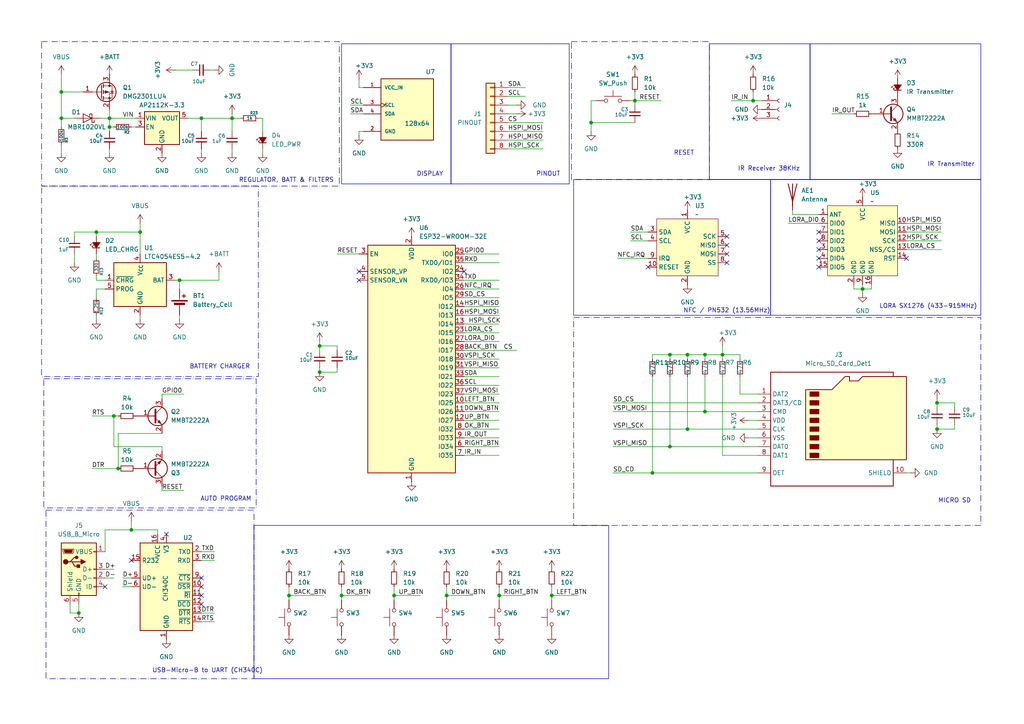
<source format=kicad_sch>
(kicad_sch (version 20231120) (generator "eeschema") (generator_version "8.0")
  (paper "A4")
  (junction (at 58.42 34.29))
  (junction (at 31.75 34.29))
  (junction (at 34.29 135.89))
  (junction (at 144.78 172.72))
  (junction (at 67.31 34.29))
  (junction (at 17.78 26.67))
  (junction (at 22.86 177.8))
  (junction (at 129.54 172.72))
  (junction (at 199.39 124.46))
  (junction (at 171.45 35.56))
  (junction (at 204.47 102.87))
  (junction (at 92.71 107.95))
  (junction (at 199.39 102.87))
  (junction (at 33.02 120.65))
  (junction (at 209.55 102.87))
  (junction (at 38.1 153.67))
  (junction (at 114.3 172.72))
  (junction (at 27.94 67.31))
  (junction (at 204.47 119.38))
  (junction (at 160.02 172.72))
  (junction (at 271.78 116.84))
  (junction (at 52.07 81.28))
  (junction (at 189.23 137.16))
  (junction (at 17.78 34.29))
  (junction (at 194.31 129.54))
  (junction (at 194.31 102.87))
  (junction (at 218.44 29.21))
  (junction (at 92.71 100.33))
  (junction (at 271.78 124.46))
  (junction (at 99.06 172.72))
  (junction (at 40.64 67.31))
  (junction (at 250.19 83.82))
  (junction (at 184.15 29.21))
  (junction (at 31.75 36.83))
  (junction (at 83.82 172.72))
  (no_connect (at 104.14 81.28))
  (no_connect (at 58.42 172.72))
  (no_connect (at 134.62 78.74))
  (no_connect (at 210.82 68.58))
  (no_connect (at 237.49 72.39))
  (no_connect (at 187.96 77.47))
  (no_connect (at 210.82 73.66))
  (no_connect (at 210.82 71.12))
  (no_connect (at 30.48 170.18))
  (no_connect (at 58.42 167.64))
  (no_connect (at 104.14 78.74))
  (no_connect (at 58.42 170.18))
  (no_connect (at 237.49 67.31))
  (no_connect (at 38.1 162.56))
  (no_connect (at 237.49 74.93))
  (no_connect (at 210.82 76.2))
  (no_connect (at 262.89 74.93))
  (no_connect (at 237.49 69.85))
  (no_connect (at 237.49 77.47))
  (no_connect (at 48.26 154.94))
  (no_connect (at 58.42 175.26))
  (wire (pts (xy 271.78 118.11) (xy 271.78 116.84)))
  (wire (pts (xy 134.62 114.3) (xy 144.78 114.3)))
  (wire (pts (xy 92.71 99.06) (xy 92.71 100.33)))
  (wire (pts (xy 262.89 137.16) (xy 264.16 137.16)))
  (wire (pts (xy 134.62 101.6) (xy 149.86 101.6)))
  (wire (pts (xy 262.89 64.77) (xy 273.05 64.77)))
  (wire (pts (xy 177.8 116.84) (xy 219.71 116.84)))
  (wire (pts (xy 30.48 165.1) (xy 33.02 165.1)))
  (wire (pts (xy 252.73 82.55) (xy 252.73 83.82)))
  (wire (pts (xy 27.94 80.01) (xy 27.94 81.28)))
  (wire (pts (xy 134.62 83.82) (xy 144.78 83.82)))
  (wire (pts (xy 83.82 172.72) (xy 83.82 170.18)))
  (wire (pts (xy 184.15 26.67) (xy 184.15 29.21)))
  (wire (pts (xy 67.31 34.29) (xy 69.85 34.29)))
  (wire (pts (xy 134.62 93.98) (xy 144.78 93.98)))
  (wire (pts (xy 52.07 81.28) (xy 52.07 83.82)))
  (wire (pts (xy 83.82 172.72) (xy 93.98 172.72)))
  (wire (pts (xy 177.8 129.54) (xy 194.31 129.54)))
  (wire (pts (xy 262.89 67.31) (xy 273.05 67.31)))
  (wire (pts (xy 209.55 109.22) (xy 209.55 132.08)))
  (wire (pts (xy 58.42 34.29) (xy 67.31 34.29)))
  (wire (pts (xy 17.78 21.59) (xy 17.78 26.67)))
  (wire (pts (xy 134.62 129.54) (xy 144.78 129.54)))
  (wire (pts (xy 30.48 167.64) (xy 33.02 167.64)))
  (wire (pts (xy 40.64 67.31) (xy 40.64 73.66)))
  (wire (pts (xy 104.14 39.37) (xy 104.14 38.1)))
  (wire (pts (xy 182.88 29.21) (xy 184.15 29.21)))
  (wire (pts (xy 35.56 170.18) (xy 38.1 170.18)))
  (wire (pts (xy 46.99 140.97) (xy 46.99 142.24)))
  (wire (pts (xy 182.88 67.31) (xy 187.96 67.31)))
  (wire (pts (xy 147.32 38.1) (xy 157.48 38.1)))
  (wire (pts (xy 271.78 123.19) (xy 271.78 124.46)))
  (wire (pts (xy 67.31 43.18) (xy 67.31 44.45)))
  (wire (pts (xy 199.39 109.22) (xy 199.39 124.46)))
  (wire (pts (xy 40.64 92.71) (xy 40.64 91.44)))
  (wire (pts (xy 189.23 102.87) (xy 194.31 102.87)))
  (wire (pts (xy 27.94 81.28) (xy 30.48 81.28)))
  (wire (pts (xy 62.23 160.02) (xy 58.42 160.02)))
  (wire (pts (xy 209.55 132.08) (xy 219.71 132.08)))
  (wire (pts (xy 177.8 119.38) (xy 204.47 119.38)))
  (wire (pts (xy 30.48 153.67) (xy 38.1 153.67)))
  (wire (pts (xy 104.14 25.4) (xy 105.41 25.4)))
  (wire (pts (xy 199.39 102.87) (xy 199.39 104.14)))
  (wire (pts (xy 46.99 129.54) (xy 46.99 130.81)))
  (wire (pts (xy 99.06 173.99) (xy 99.06 172.72)))
  (wire (pts (xy 177.8 137.16) (xy 189.23 137.16)))
  (wire (pts (xy 114.3 172.72) (xy 114.3 170.18)))
  (wire (pts (xy 134.62 104.14) (xy 144.78 104.14)))
  (wire (pts (xy 33.02 129.54) (xy 46.99 129.54)))
  (wire (pts (xy 29.21 34.29) (xy 31.75 34.29)))
  (wire (pts (xy 46.99 142.24) (xy 53.34 142.24)))
  (wire (pts (xy 92.71 106.68) (xy 92.71 107.95)))
  (wire (pts (xy 147.32 40.64) (xy 157.48 40.64)))
  (wire (pts (xy 134.62 124.46) (xy 144.78 124.46)))
  (wire (pts (xy 27.94 83.82) (xy 30.48 83.82)))
  (wire (pts (xy 26.67 135.89) (xy 34.29 135.89)))
  (wire (pts (xy 54.61 34.29) (xy 58.42 34.29)))
  (wire (pts (xy 247.65 83.82) (xy 250.19 83.82)))
  (wire (pts (xy 189.23 104.14) (xy 189.23 102.87)))
  (wire (pts (xy 35.56 167.64) (xy 38.1 167.64)))
  (wire (pts (xy 101.6 33.02) (xy 105.41 33.02)))
  (wire (pts (xy 250.19 83.82) (xy 250.19 82.55)))
  (wire (pts (xy 62.23 162.56) (xy 58.42 162.56)))
  (wire (pts (xy 129.54 173.99) (xy 129.54 172.72)))
  (wire (pts (xy 147.32 30.48) (xy 149.86 30.48)))
  (wire (pts (xy 189.23 137.16) (xy 219.71 137.16)))
  (wire (pts (xy 171.45 35.56) (xy 171.45 38.1)))
  (wire (pts (xy 214.63 109.22) (xy 214.63 114.3)))
  (wire (pts (xy 21.59 68.58) (xy 21.59 67.31)))
  (wire (pts (xy 171.45 35.56) (xy 184.15 35.56)))
  (wire (pts (xy 134.62 99.06) (xy 144.78 99.06)))
  (wire (pts (xy 134.62 121.92) (xy 144.78 121.92)))
  (wire (pts (xy 45.72 153.67) (xy 45.72 154.94)))
  (wire (pts (xy 204.47 119.38) (xy 219.71 119.38)))
  (wire (pts (xy 38.1 36.83) (xy 39.37 36.83)))
  (wire (pts (xy 134.62 88.9) (xy 144.78 88.9)))
  (wire (pts (xy 114.3 173.99) (xy 114.3 172.72)))
  (wire (pts (xy 52.07 91.44) (xy 52.07 92.71)))
  (wire (pts (xy 134.62 96.52) (xy 144.78 96.52)))
  (wire (pts (xy 92.71 100.33) (xy 97.79 100.33)))
  (wire (pts (xy 134.62 91.44) (xy 144.78 91.44)))
  (wire (pts (xy 67.31 34.29) (xy 67.31 38.1)))
  (wire (pts (xy 134.62 127) (xy 144.78 127)))
  (wire (pts (xy 189.23 109.22) (xy 189.23 137.16)))
  (wire (pts (xy 20.32 175.26) (xy 20.32 177.8)))
  (wire (pts (xy 31.75 36.83) (xy 31.75 34.29)))
  (wire (pts (xy 199.39 102.87) (xy 204.47 102.87)))
  (wire (pts (xy 114.3 172.72) (xy 121.92 172.72)))
  (wire (pts (xy 34.29 125.73) (xy 34.29 135.89)))
  (wire (pts (xy 101.6 30.48) (xy 105.41 30.48)))
  (wire (pts (xy 271.78 115.57) (xy 271.78 116.84)))
  (wire (pts (xy 144.78 76.2) (xy 134.62 76.2)))
  (wire (pts (xy 99.06 172.72) (xy 106.68 172.72)))
  (wire (pts (xy 134.62 119.38) (xy 144.78 119.38)))
  (wire (pts (xy 50.8 81.28) (xy 52.07 81.28)))
  (wire (pts (xy 31.75 36.83) (xy 31.75 38.1)))
  (wire (pts (xy 67.31 33.02) (xy 67.31 34.29)))
  (wire (pts (xy 97.79 100.33) (xy 97.79 101.6)))
  (wire (pts (xy 97.79 73.66) (xy 104.14 73.66)))
  (wire (pts (xy 27.94 67.31) (xy 40.64 67.31)))
  (wire (pts (xy 182.88 69.85) (xy 187.96 69.85)))
  (wire (pts (xy 262.89 69.85) (xy 273.05 69.85)))
  (wire (pts (xy 104.14 22.86) (xy 104.14 25.4)))
  (wire (pts (xy 160.02 172.72) (xy 167.64 172.72)))
  (wire (pts (xy 214.63 114.3) (xy 219.71 114.3)))
  (wire (pts (xy 60.96 20.32) (xy 62.23 20.32)))
  (wire (pts (xy 26.67 120.65) (xy 33.02 120.65)))
  (wire (pts (xy 134.62 106.68) (xy 144.78 106.68)))
  (wire (pts (xy 194.31 129.54) (xy 219.71 129.54)))
  (wire (pts (xy 147.32 25.4) (xy 152.4 25.4)))
  (wire (pts (xy 17.78 34.29) (xy 17.78 36.83)))
  (wire (pts (xy 46.99 114.3) (xy 53.34 114.3)))
  (wire (pts (xy 129.54 172.72) (xy 137.16 172.72)))
  (wire (pts (xy 144.78 173.99) (xy 144.78 172.72)))
  (wire (pts (xy 229.87 62.23) (xy 237.49 62.23)))
  (wire (pts (xy 204.47 102.87) (xy 204.47 104.14)))
  (wire (pts (xy 160.02 173.99) (xy 160.02 172.72)))
  (wire (pts (xy 209.55 100.33) (xy 209.55 102.87)))
  (wire (pts (xy 209.55 104.14) (xy 209.55 102.87)))
  (wire (pts (xy 147.32 33.02) (xy 149.86 33.02)))
  (wire (pts (xy 147.32 35.56) (xy 157.48 35.56)))
  (wire (pts (xy 214.63 102.87) (xy 214.63 104.14)))
  (wire (pts (xy 76.2 43.18) (xy 76.2 44.45)))
  (wire (pts (xy 177.8 124.46) (xy 199.39 124.46)))
  (wire (pts (xy 62.23 180.34) (xy 58.42 180.34)))
  (wire (pts (xy 171.45 29.21) (xy 171.45 35.56)))
  (wire (pts (xy 199.39 124.46) (xy 219.71 124.46)))
  (wire (pts (xy 104.14 38.1) (xy 105.41 38.1)))
  (wire (pts (xy 33.02 120.65) (xy 34.29 120.65)))
  (wire (pts (xy 31.75 43.18) (xy 31.75 44.45)))
  (wire (pts (xy 209.55 102.87) (xy 214.63 102.87)))
  (wire (pts (xy 144.78 172.72) (xy 152.4 172.72)))
  (wire (pts (xy 144.78 132.08) (xy 134.62 132.08)))
  (wire (pts (xy 21.59 73.66) (xy 21.59 76.2)))
  (wire (pts (xy 184.15 29.21) (xy 184.15 30.48)))
  (wire (pts (xy 50.8 20.32) (xy 55.88 20.32)))
  (wire (pts (xy 276.86 124.46) (xy 276.86 123.19)))
  (wire (pts (xy 74.93 34.29) (xy 76.2 34.29)))
  (wire (pts (xy 40.64 64.77) (xy 40.64 67.31)))
  (wire (pts (xy 17.78 41.91) (xy 17.78 44.45)))
  (wire (pts (xy 147.32 43.18) (xy 157.48 43.18)))
  (wire (pts (xy 21.59 67.31) (xy 27.94 67.31)))
  (wire (pts (xy 27.94 86.36) (xy 27.94 83.82)))
  (wire (pts (xy 46.99 125.73) (xy 34.29 125.73)))
  (wire (pts (xy 33.02 36.83) (xy 31.75 36.83)))
  (wire (pts (xy 38.1 151.13) (xy 38.1 153.67)))
  (wire (pts (xy 129.54 172.72) (xy 129.54 170.18)))
  (wire (pts (xy 194.31 104.14) (xy 194.31 102.87)))
  (wire (pts (xy 30.48 153.67) (xy 30.48 160.02)))
  (wire (pts (xy 204.47 109.22) (xy 204.47 119.38)))
  (wire (pts (xy 212.09 29.21) (xy 218.44 29.21)))
  (wire (pts (xy 83.82 173.99) (xy 83.82 172.72)))
  (wire (pts (xy 38.1 153.67) (xy 45.72 153.67)))
  (wire (pts (xy 52.07 81.28) (xy 63.5 81.28)))
  (wire (pts (xy 58.42 43.18) (xy 58.42 44.45)))
  (wire (pts (xy 62.23 177.8) (xy 58.42 177.8)))
  (wire (pts (xy 31.75 34.29) (xy 39.37 34.29)))
  (wire (pts (xy 33.02 120.65) (xy 33.02 129.54)))
  (wire (pts (xy 217.17 121.92) (xy 219.71 121.92)))
  (wire (pts (xy 27.94 68.58) (xy 27.94 67.31)))
  (wire (pts (xy 229.87 60.96) (xy 229.87 62.23)))
  (wire (pts (xy 247.65 82.55) (xy 247.65 83.82)))
  (wire (pts (xy 144.78 81.28) (xy 134.62 81.28)))
  (wire (pts (xy 58.42 34.29) (xy 58.42 38.1)))
  (wire (pts (xy 134.62 116.84) (xy 144.78 116.84)))
  (wire (pts (xy 31.75 31.75) (xy 31.75 34.29)))
  (wire (pts (xy 97.79 107.95) (xy 97.79 106.68)))
  (wire (pts (xy 134.62 73.66) (xy 144.78 73.66)))
  (wire (pts (xy 134.62 109.22) (xy 144.78 109.22)))
  (wire (pts (xy 271.78 124.46) (xy 276.86 124.46)))
  (wire (pts (xy 27.94 73.66) (xy 27.94 74.93)))
  (wire (pts (xy 228.6 64.77) (xy 237.49 64.77)))
  (wire (pts (xy 218.44 26.67) (xy 218.44 29.21)))
  (wire (pts (xy 241.3 33.02) (xy 247.65 33.02)))
  (wire (pts (xy 92.71 101.6) (xy 92.71 100.33)))
  (wire (pts (xy 160.02 172.72) (xy 160.02 170.18)))
  (wire (pts (xy 17.78 34.29) (xy 17.78 26.67)))
  (wire (pts (xy 147.32 27.94) (xy 152.4 27.94)))
  (wire (pts (xy 134.62 111.76) (xy 144.78 111.76)))
  (wire (pts (xy 99.06 172.72) (xy 99.06 170.18)))
  (wire (pts (xy 250.19 85.09) (xy 250.19 83.82)))
  (wire (pts (xy 218.44 29.21) (xy 220.98 29.21)))
  (wire (pts (xy 271.78 116.84) (xy 276.86 116.84)))
  (wire (pts (xy 20.32 177.8) (xy 22.86 177.8)))
  (wire (pts (xy 252.73 83.82) (xy 250.19 83.82)))
  (wire (pts (xy 204.47 102.87) (xy 209.55 102.87)))
  (wire (pts (xy 76.2 34.29) (xy 76.2 38.1)))
  (wire (pts (xy 21.59 34.29) (xy 17.78 34.29)))
  (wire (pts (xy 27.94 92.71) (xy 27.94 91.44)))
  (wire (pts (xy 217.17 127) (xy 219.71 127)))
  (wire (pts (xy 172.72 29.21) (xy 171.45 29.21)))
  (wire (pts (xy 179.07 74.93) (xy 187.96 74.93)))
  (wire (pts (xy 276.86 116.84) (xy 276.86 118.11)))
  (wire (pts (xy 63.5 78.74) (xy 63.5 81.28)))
  (wire (pts (xy 194.31 109.22) (xy 194.31 129.54)))
  (wire (pts (xy 17.78 26.67) (xy 24.13 26.67)))
  (wire (pts (xy 134.62 86.36) (xy 144.78 86.36)))
  (wire (pts (xy 262.89 72.39) (xy 273.05 72.39)))
  (wire (pts (xy 92.71 107.95) (xy 97.79 107.95)))
  (wire (pts (xy 194.31 102.87) (xy 199.39 102.87)))
  (wire (pts (xy 22.86 175.26) (xy 22.86 177.8)))
  (wire (pts (xy 144.78 172.72) (xy 144.78 170.18)))
  (wire (pts (xy 46.99 115.57) (xy 46.99 114.3)))
  (wire (pts (xy 184.15 29.21) (xy 191.77 29.21)))
  (rectangle (start 99.06 12.7) (end 130.81 53.34))
  (rectangle (start 234.95 12.7) (end 284.48 52.07))
  (rectangle (start 130.81 12.7) (end 165.1 53.34))
  (rectangle (start 166.37 52.07) (end 223.52 91.44))
  (rectangle (start 73.66 152.4) (end 176.53 196.85))
  (rectangle (start 165.735 12.065) (end 205.74 52.07) (stroke (width 0) (type dash_dot)))
  (rectangle (start 223.52 52.07) (end 284.48 91.44))
  (rectangle (start 166.37 92.075) (end 284.48 152.4) (stroke (width 0) (type dash_dot)))
  (rectangle (start 12.7 109.855) (end 74.295 147.32) (stroke (width 0) (type dash_dot)))
  (rectangle (start 13.335 147.955) (end 73.66 196.85) (stroke (width 0) (type dash_dot)))
  (rectangle (start 12.065 12.065) (end 98.425 53.975) (stroke (width 0) (type dash_dot)))
  (rectangle (start 205.74 12.7) (end 234.95 52.07))
  (rectangle (start 12.065 53.975) (end 74.93 109.22) (stroke (width 0) (type dash_dot)))
  (text "NFC / PN532 (13.56MHz)\n" (at 210.82 90.17 0) (effects (font (size 1.27 1.27))))
  (text "RESET" (at 198.374 44.45 0) (effects (font (size 1.27 1.27))))
  (text "PINOUT" (at 159.004 50.546 0) (effects (font (size 1.27 1.27))))
  (text "AUTO PROGRAM\n" (at 65.532 144.78 0) (effects (font (size 1.27 1.27))))
  (text "BATTERY CHARGER\n" (at 63.754 106.426 0) (effects (font (size 1.27 1.27))))
  (text "LORA SX1276 (433-915MHz)" (at 269.24 88.9 0) (effects (font (size 1.27 1.27))))
  (text "IR Transmitter" (at 275.844 47.752 0) (effects (font (size 1.27 1.27))))
  (text "USB-Micro-B to UART (CH340C)" (at 60.198 194.564 0) (effects (font (size 1.27 1.27))))
  (text "IR Receiver 38KHz" (at 223.012 49.022 0) (effects (font (size 1.27 1.27))))
  (text "REGULATOR, BATT & FILTERS" (at 83.058 52.324 0) (effects (font (size 1.27 1.27))))
  (text "MICRO SD" (at 276.86 145.288 0) (effects (font (size 1.27 1.27))))
  (text "DISPLAY" (at 124.714 50.546 0) (effects (font (size 1.27 1.27))))
  (label "IR_OUT" (at 241.3 33.02 0))
  (label "GPIO0" (at 134.62 73.66 0))
  (label "LEFT_BTN" (at 161.29 172.72 0))
  (label "CS" (at 147.32 35.56 0))
  (label "LORA_DI0" (at 228.6 64.77 0))
  (label "NFC_IRQ" (at 134.62 83.82 0))
  (label "VSPI_MOSI" (at 134.62 114.3 0))
  (label "HSPI_SCK" (at 147.32 43.18 0))
  (label "D-" (at 30.48 167.64 0))
  (label "LORA_CS" (at 262.89 72.39 0))
  (label "RIGHT_BTN" (at 146.05 172.72 0))
  (label "BACK_BTN" (at 85.09 172.72 0))
  (label "RTS" (at 26.67 120.65 0))
  (label "RESET" (at 185.42 29.21 0))
  (label "RTS" (at 58.42 180.34 0))
  (label "OK_BTN" (at 134.62 124.46 0))
  (label "VSPI_MOSI" (at 177.8 119.38 0))
  (label "BACK_BTN" (at 134.62 101.6 0))
  (label "RXD" (at 134.62 76.2 0))
  (label "TXD" (at 134.62 81.28 0))
  (label "HSPI_MISO" (at 262.89 64.77 0))
  (label "SDA" (at 147.32 25.4 0))
  (label "RXD" (at 58.42 162.56 0))
  (label "VSPI_SCK" (at 177.8 124.46 0))
  (label "DOWN_BTN" (at 134.62 119.38 0))
  (label "DTR" (at 58.42 177.8 0))
  (label "DOWN_BTN" (at 130.81 172.72 0))
  (label "LEFT_BTN" (at 134.62 116.84 0))
  (label "UP_BTN" (at 134.62 121.92 0))
  (label "SCL" (at 101.6 30.48 0))
  (label "IR_OUT" (at 134.62 127 0))
  (label "GPIO0" (at 46.99 114.3 0))
  (label "HSPI_MISO" (at 134.62 88.9 0))
  (label "LORA_DI0" (at 134.62 99.06 0))
  (label "VSPI_MISO" (at 134.62 106.68 0))
  (label "OK_BTN" (at 100.33 172.72 0))
  (label "UP_BTN" (at 115.57 172.72 0))
  (label "D+" (at 30.48 165.1 0))
  (label "SD_CD" (at 177.8 137.16 0))
  (label "VSPI_MISO" (at 177.8 129.54 0))
  (label "HSPI_MISO" (at 147.32 40.64 0))
  (label "HSPI_MOSI" (at 147.32 38.1 0))
  (label "SCL" (at 134.62 111.76 0))
  (label "SDA" (at 182.88 67.31 0))
  (label "CS" (at 146.05 101.6 0))
  (label "RIGHT_BTN" (at 134.62 129.54 0))
  (label "VSPI_SCK" (at 134.62 104.14 0))
  (label "SD_CS" (at 134.62 86.36 0))
  (label "LORA_CS" (at 134.62 96.52 0))
  (label "HSPI_SCK" (at 135.89 93.98 0))
  (label "SCL" (at 182.88 69.85 0))
  (label "DTR" (at 26.67 135.89 0))
  (label "SDA" (at 134.62 109.22 0))
  (label "TXD" (at 58.42 160.02 0))
  (label "VIN" (at 35.56 34.29 0))
  (label "IR_IN" (at 134.62 132.08 0))
  (label "RESET" (at 46.99 142.24 0))
  (label "HSPI_SCK" (at 262.89 69.85 0))
  (label "D-" (at 35.56 170.18 0))
  (label "IR_IN" (at 212.09 29.21 0))
  (label "SDA" (at 101.6 33.02 0))
  (label "HSPI_MOSI" (at 134.62 91.44 0))
  (label "RESET" (at 97.79 73.66 0))
  (label "NFC_IRQ" (at 179.07 74.93 0))
  (label "HSPI_MOSI" (at 262.89 67.31 0))
  (label "SCL" (at 147.32 27.94 0))
  (label "D+" (at 35.56 167.64 0))
  (label "SD_CS" (at 177.8 116.84 0))
  (symbol (lib_id "Device:C_Small") (at 271.78 120.65 0) (unit 1)
    (property "Reference" "C8" (at 267.716 119.38 0) (effects (font (size 1.016 1.016)) (justify left)))
    (property "Value" "10uF" (at 265.938 120.904 0) (effects (font (size 1.016 1.016)) (justify left)))
    (property "Footprint" "Capacitor_SMD:C_0805_2012Metric_Pad1.18x1.45mm_HandSolder" (effects (hide yes)))
    (property "Description" "Unpolarized capacitor, small symbol" (effects (hide yes)))
  )
  (symbol (lib_id "power:GND") (at 149.86 30.48 90) (unit 1)
    (property "Reference" "#PWR059" (effects (hide yes)))
    (property "Value" "GND" (at 154.432 30.48 90) (effects (justify right)))
    (property "Description" "Power symbol creates a global label with name \"GND\" , ground" (effects (hide yes)))
  )
  (symbol (lib_id "power:+3V3") (at 104.14 22.86 0) (unit 1)
    (property "Reference" "#PWR041" (effects (hide yes)))
    (property "Value" "+3V3" (at 105.664 19.05 0))
    (property "Description" "Power symbol creates a global label with name \"+3V3\"" (effects (hide yes)))
  )
  (symbol (lib_id "Device:Antenna") (at 229.87 55.88 0) (unit 1)
    (property "Reference" "AE1" (at 232.41 55.2449 0) (effects (justify left)))
    (property "Value" "Antenna" (at 232.41 57.7849 0) (effects (justify left)))
    (property "Footprint" "TestPoint:TestPoint_THTPad_D2.0mm_Drill1.0mm" (effects (hide yes)))
    (property "Description" "Antenna" (effects (hide yes)))
  )
  (symbol (lib_id "power:+3V3") (at 50.8 20.32 90) (unit 1)
    (property "Reference" "#PWR021" (effects (hide yes)))
    (property "Value" "+3V3" (at 45.72 20.32 0))
    (property "Description" "Power symbol creates a global label with name \"+3V3\"" (effects (hide yes)))
  )
  (symbol (lib_id "DM-OLED096-636:DM-OLED096-636") (at 118.11 33.02 0) (mirror y) (unit 1)
    (property "Reference" "U7" (at 123.444 20.828 0) (effects (justify right)))
    (property "Value" "128x64" (at 117.348 35.814 0) (effects (justify right)))
    (property "Footprint" "DM-OLED096-636:MODULE_DM-OLED096-636" (effects (hide yes)))
    (property "MF" "Display Module" (effects (hide yes)))
    (property "MAXIMUM_PACKAGE_HEIGHT" "11.3 mm" (effects (hide yes)))
    (property "Package" "Package" (effects (hide yes)))
    (property "Price" "None" (effects (hide yes)))
    (property "Check_prices" "https://www.snapeda.com/parts/DM-OLED096-636/Display+Module/view-part/?ref=eda" (effects (hide yes)))
    (property "STANDARD" "Manufacturer Recommendations" (effects (hide yes)))
    (property "PARTREV" "2018-09-10" (effects (hide yes)))
    (property "SnapEDA_Link" "https://www.snapeda.com/parts/DM-OLED096-636/Display+Module/view-part/?ref=snap" (effects (hide yes)))
    (property "MP" "DM-OLED096-636" (effects (hide yes)))
    (property "Description_1" "\n                        \n                            0.96” 128 X 64 MONOCHROME GRAPHIC OLED DISPLAY MODULE - I2C\n                        \n" (effects (hide yes)))
    (property "Availability" "Not in stock" (effects (hide yes)))
    (property "MANUFACTURER" "Displaymodule" (effects (hide yes)))
  )
  (symbol (lib_id "Switch:SW_Push") (at 83.82 179.07 90) (unit 1)
    (property "Reference" "SW2" (at 85.09 177.7999 90) (effects (justify right)))
    (property "Value" "BACK_BTN" (effects (hide yes)))
    (property "Footprint" "Button_Switch_SMD:SW_SPST_TL3342" (effects (hide yes)))
    (property "Description" "Push button switch, generic, two pins" (effects (hide yes)))
  )
  (symbol (lib_id "Device:R_Small") (at 144.78 167.64 0) (unit 1)
    (property "Reference" "R21" (at 147.32 166.3699 0) (effects (justify left)))
    (property "Value" "10k" (at 147.32 168.9099 0) (effects (justify left)))
    (property "Footprint" "Resistor_SMD:R_0805_2012Metric_Pad1.20x1.40mm_HandSolder" (effects (hide yes)))
    (property "Description" "Resistor, small symbol" (effects (hide yes)))
  )
  (symbol (lib_id "power:GND") (at 264.16 137.16 90) (unit 1)
    (property "Reference" "#PWR023" (effects (hide yes)))
    (property "Value" "GND" (at 267.97 137.1599 90) (effects (justify right)))
    (property "Description" "Power symbol creates a global label with name \"GND\" , ground" (effects (hide yes)))
  )
  (symbol (lib_id "power:+3V3") (at 218.44 21.59 0) (unit 1)
    (property "Reference" "#PWR045" (effects (hide yes)))
    (property "Value" "+3V3" (at 218.44 16.51 0))
    (property "Description" "Power symbol creates a global label with name \"+3V3\"" (effects (hide yes)))
  )
  (symbol (lib_id "power:+3V3") (at 119.38 68.58 0) (unit 1)
    (property "Reference" "#PWR05" (effects (hide yes)))
    (property "Value" "+3V3" (at 119.38 63.5 0))
    (property "Description" "Power symbol creates a global label with name \"+3V3\"" (effects (hide yes)))
  )
  (symbol (lib_id "Device:C_Small") (at 97.79 104.14 0) (unit 1)
    (property "Reference" "C2" (at 100.076 102.362 0) (effects (font (size 1.016 1.016)) (justify left)))
    (property "Value" "10uF" (at 100.076 103.886 0) (effects (font (size 1.016 1.016)) (justify left)))
    (property "Footprint" "Capacitor_SMD:C_0805_2012Metric_Pad1.18x1.45mm_HandSolder" (effects (hide yes)))
    (property "Description" "Unpolarized capacitor, small symbol" (effects (hide yes)))
  )
  (symbol (lib_id "Device:R_Small") (at 204.47 106.68 0) (unit 1)
    (property "Reference" "R8" (at 205.232 105.156 0) (effects (justify left)))
    (property "Value" "47k" (at 204.47 108.458 90) (effects (justify left)))
    (property "Footprint" "Resistor_SMD:R_0805_2012Metric_Pad1.20x1.40mm_HandSolder" (effects (hide yes)))
    (property "Description" "Resistor, small symbol" (effects (hide yes)))
  )
  (symbol (lib_id "power:GND") (at 27.94 92.71 0) (unit 1)
    (property "Reference" "#PWR032" (effects (hide yes)))
    (property "Value" "GND" (at 27.94 97.79 0))
    (property "Description" "Power symbol creates a global label with name \"GND\" , ground" (effects (hide yes)))
  )
  (symbol (lib_id "Device:Battery_Cell") (at 52.07 88.9 0) (unit 1)
    (property "Reference" "BT1" (at 55.88 85.7884 0) (effects (justify left)))
    (property "Value" "Battery_Cell" (at 55.88 88.3284 0) (effects (justify left)))
    (property "Footprint" "Connector_JST:JST_EH_S2B-EH_1x02_P2.50mm_Horizontal" (effects (hide yes)))
    (property "Description" "Single-cell battery" (effects (hide yes)))
  )
  (symbol (lib_id "power:GND") (at 119.38 139.7 0) (unit 1)
    (property "Reference" "#PWR02" (effects (hide yes)))
    (property "Value" "GND" (at 119.38 144.78 0))
    (property "Description" "Power symbol creates a global label with name \"GND\" , ground" (effects (hide yes)))
  )
  (symbol (lib_id "power:GND") (at 52.07 92.71 0) (unit 1)
    (property "Reference" "#PWR034" (effects (hide yes)))
    (property "Value" "GND" (at 52.07 97.79 0))
    (property "Description" "Power symbol creates a global label with name \"GND\" , ground" (effects (hide yes)))
  )
  (symbol (lib_id "Device:R_Small") (at 27.94 77.47 0) (mirror y) (unit 1)
    (property "Reference" "R13" (at 29.464 78.74 90) (effects (font (size 0.762 0.762))))
    (property "Value" "330" (at 27.94 77.47 90) (effects (font (size 0.889 0.889))))
    (property "Footprint" "Resistor_SMD:R_0805_2012Metric_Pad1.20x1.40mm_HandSolder" (effects (hide yes)))
    (property "Description" "Resistor, small symbol" (effects (hide yes)))
  )
  (symbol (lib_id "power:GND") (at 171.45 38.1 0) (unit 1)
    (property "Reference" "#PWR06" (effects (hide yes)))
    (property "Value" "GND" (at 171.45 43.18 0))
    (property "Description" "Power symbol creates a global label with name \"GND\" , ground" (effects (hide yes)))
  )
  (symbol (lib_id "Device:R_Small") (at 199.39 106.68 0) (unit 1)
    (property "Reference" "R9" (at 200.152 105.156 0) (effects (justify left)))
    (property "Value" "47k" (at 199.39 108.458 90) (effects (justify left)))
    (property "Footprint" "Resistor_SMD:R_0805_2012Metric_Pad1.20x1.40mm_HandSolder" (effects (hide yes)))
    (property "Description" "Resistor, small symbol" (effects (hide yes)))
  )
  (symbol (lib_id "Device:C_Small") (at 276.86 120.65 0) (unit 1)
    (property "Reference" "C9" (at 279.146 118.872 0) (effects (font (size 1.016 1.016)) (justify left)))
    (property "Value" "10uF" (at 279.146 120.396 0) (effects (font (size 1.016 1.016)) (justify left)))
    (property "Footprint" "Capacitor_SMD:C_0805_2012Metric_Pad1.18x1.45mm_HandSolder" (effects (hide yes)))
    (property "Description" "Unpolarized capacitor, small symbol" (effects (hide yes)))
  )
  (symbol (lib_id "Device:C_Small") (at 67.31 40.64 0) (unit 1)
    (property "Reference" "C6" (at 63.246 39.37 0) (effects (font (size 1.016 1.016)) (justify left)))
    (property "Value" "1uF" (at 61.468 40.894 0) (effects (font (size 1.016 1.016)) (justify left)))
    (property "Footprint" "Capacitor_SMD:C_0805_2012Metric_Pad1.18x1.45mm_HandSolder" (effects (hide yes)))
    (property "Description" "Unpolarized capacitor, small symbol" (effects (hide yes)))
  )
  (symbol (lib_id "power:GND") (at 160.02 184.15 0) (unit 1)
    (property "Reference" "#PWR057" (effects (hide yes)))
    (property "Value" "GND" (at 160.02 189.23 0))
    (property "Description" "Power symbol creates a global label with name \"GND\" , ground" (effects (hide yes)))
  )
  (symbol (lib_id "Device:C_Small") (at 92.71 104.14 0) (unit 1)
    (property "Reference" "C1" (at 88.646 102.87 0) (effects (font (size 1.016 1.016)) (justify left)))
    (property "Value" "10uF" (at 86.868 104.394 0) (effects (font (size 1.016 1.016)) (justify left)))
    (property "Footprint" "Capacitor_SMD:C_0805_2012Metric_Pad1.18x1.45mm_HandSolder" (effects (hide yes)))
    (property "Description" "Unpolarized capacitor, small symbol" (effects (hide yes)))
  )
  (symbol (lib_id "power:VBUS") (at 38.1 151.13 0) (unit 1)
    (property "Reference" "#PWR010" (effects (hide yes)))
    (property "Value" "VBUS" (at 38.1 146.05 0))
    (property "Description" "Power symbol creates a global label with name \"VBUS\"" (effects (hide yes)))
  )
  (symbol (lib_id "Device:R_Small") (at 35.56 36.83 90) (unit 1)
    (property "Reference" "R2" (at 36.83 38.354 90) (effects (font (size 0.762 0.762))))
    (property "Value" "100k" (at 35.56 36.83 90) (effects (font (size 0.889 0.889))))
    (property "Footprint" "Resistor_SMD:R_0805_2012Metric_Pad1.20x1.40mm_HandSolder" (effects (hide yes)))
    (property "Description" "Resistor, small symbol" (effects (hide yes)))
  )
  (symbol (lib_id "Switch:SW_Push") (at 177.8 29.21 0) (unit 1)
    (property "Reference" "SW1" (at 177.8 21.59 0))
    (property "Value" "SW_Push" (at 177.8 24.13 0))
    (property "Footprint" "Button_Switch_SMD:SW_SPST_EVQP7C" (effects (hide yes)))
    (property "Description" "Push button switch, generic, two pins" (effects (hide yes)))
  )
  (symbol (lib_id "power:+3V3") (at 67.31 33.02 0) (unit 1)
    (property "Reference" "#PWR018" (effects (hide yes)))
    (property "Value" "+3V3" (at 67.31 27.94 0))
    (property "Description" "Power symbol creates a global label with name \"+3V3\"" (effects (hide yes)))
  )
  (symbol (lib_id "Device:R_Small") (at 114.3 167.64 0) (unit 1)
    (property "Reference" "R19" (at 116.84 166.3699 0) (effects (justify left)))
    (property "Value" "10k" (at 116.84 168.9099 0) (effects (justify left)))
    (property "Footprint" "Resistor_SMD:R_0805_2012Metric_Pad1.20x1.40mm_HandSolder" (effects (hide yes)))
    (property "Description" "Resistor, small symbol" (effects (hide yes)))
  )
  (symbol (lib_id "Transistor_BJT:MMBT2222A") (at 257.81 33.02 0) (unit 1)
    (property "Reference" "Q4" (at 262.89 31.7499 0) (effects (justify left)))
    (property "Value" "MMBT2222A" (at 262.89 34.2899 0) (effects (justify left)))
    (property "Footprint" "Package_TO_SOT_SMD:SOT-23" (effects (hide yes)))
    (property "Datasheet" "https://assets.nexperia.com/documents/data-sheet/MMBT2222A.pdf" (effects (hide yes)))
    (property "Description" "600mA Ic, 40V Vce, NPN Transistor, SOT-23" (effects (hide yes)))
  )
  (symbol (lib_id "power:GND") (at 58.42 44.45 0) (unit 1)
    (property "Reference" "#PWR016" (effects (hide yes)))
    (property "Value" "GND" (at 58.42 49.53 0))
    (property "Description" "Power symbol creates a global label with name \"GND\" , ground" (effects (hide yes)))
  )
  (symbol (lib_id "Device:R_Small") (at 194.31 106.68 0) (unit 1)
    (property "Reference" "R10" (at 195.072 105.156 0) (effects (justify left)))
    (property "Value" "47k" (at 194.31 108.458 90) (effects (justify left)))
    (property "Footprint" "Resistor_SMD:R_0805_2012Metric_Pad1.20x1.40mm_HandSolder" (effects (hide yes)))
    (property "Description" "Resistor, small symbol" (effects (hide yes)))
  )
  (symbol (lib_id "power:+3V3") (at 114.3 165.1 0) (unit 1)
    (property "Reference" "#PWR050" (effects (hide yes)))
    (property "Value" "+3V3" (at 114.3 160.02 0))
    (property "Description" "Power symbol creates a global label with name \"+3V3\"" (effects (hide yes)))
  )
  (symbol (lib_id "Transistor_BJT:MMBT2222A") (at 44.45 135.89 0) (mirror x) (unit 1)
    (property "Reference" "Q3" (at 49.53 137.1601 0) (effects (justify left)))
    (property "Value" "MMBT2222A" (at 49.53 134.6201 0) (effects (justify left)))
    (property "Footprint" "Package_TO_SOT_SMD:SOT-23" (effects (hide yes)))
    (property "Datasheet" "https://assets.nexperia.com/documents/data-sheet/MMBT2222A.pdf" (effects (hide yes)))
    (property "Description" "600mA Ic, 40V Vce, NPN Transistor, SOT-23" (effects (hide yes)))
  )
  (symbol (lib_id "Device:C_Small") (at 58.42 40.64 0) (unit 1)
    (property "Reference" "C5" (at 54.356 39.37 0) (effects (font (size 1.016 1.016)) (justify left)))
    (property "Value" "10uF" (at 52.578 40.894 0) (effects (font (size 1.016 1.016)) (justify left)))
    (property "Footprint" "Capacitor_SMD:C_0805_2012Metric_Pad1.18x1.45mm_HandSolder" (effects (hide yes)))
    (property "Description" "Unpolarized capacitor, small symbol" (effects (hide yes)))
  )
  (symbol (lib_id "power:+3V3") (at 129.54 165.1 0) (unit 1)
    (property "Reference" "#PWR052" (effects (hide yes)))
    (property "Value" "+3V3" (at 129.54 160.02 0))
    (property "Description" "Power symbol creates a global label with name \"+3V3\"" (effects (hide yes)))
  )
  (symbol (lib_id "Device:C_Small") (at 58.42 20.32 90) (unit 1)
    (property "Reference" "C7" (at 57.404 18.542 90) (effects (font (size 1.016 1.016)) (justify left)))
    (property "Value" "10uF" (at 59.69 23.622 90) (effects (font (size 1.016 1.016)) (justify left)))
    (property "Footprint" "Capacitor_SMD:C_0805_2012Metric_Pad1.18x1.45mm_HandSolder" (effects (hide yes)))
    (property "Description" "Unpolarized capacitor, small symbol" (effects (hide yes)))
  )
  (symbol (lib_id "Device:C_Small") (at 31.75 40.64 0) (unit 1)
    (property "Reference" "C4" (at 27.686 39.37 0) (effects (font (size 1.016 1.016)) (justify left)))
    (property "Value" "10uF" (at 25.908 40.894 0) (effects (font (size 1.016 1.016)) (justify left)))
    (property "Footprint" "Capacitor_SMD:C_0805_2012Metric_Pad1.18x1.45mm_HandSolder" (effects (hide yes)))
    (property "Description" "Unpolarized capacitor, small symbol" (effects (hide yes)))
  )
  (symbol (lib_id "power:GND") (at 260.35 43.18 0) (unit 1)
    (property "Reference" "#PWR043" (effects (hide yes)))
    (property "Value" "GND" (at 260.35 48.26 0))
    (property "Description" "Power symbol creates a global label with name \"GND\" , ground" (effects (hide yes)))
  )
  (symbol (lib_id "Transistor_BJT:MMBT2222A") (at 44.45 120.65 0) (unit 1)
    (property "Reference" "Q2" (at 49.53 119.3799 0) (effects (justify left)))
    (property "Value" "MMBT2222A" (at 49.53 121.9199 0) (effects (justify left)))
    (property "Footprint" "Package_TO_SOT_SMD:SOT-23" (effects (hide yes)))
    (property "Datasheet" "https://assets.nexperia.com/documents/data-sheet/MMBT2222A.pdf" (effects (hide yes)))
    (property "Description" "600mA Ic, 40V Vce, NPN Transistor, SOT-23" (effects (hide yes)))
  )
  (symbol (lib_id "Battery_Management:LTC4054ES5-4.2") (at 40.64 81.28 0) (unit 1)
    (property "Reference" "U1" (at 43.18 71.882 0))
    (property "Value" "LTC4054ES5-4.2" (at 50.038 74.422 0))
    (property "Footprint" "Package_TO_SOT_SMD:TSOT-23-5" (effects (hide yes)))
    (property "Datasheet" "https://www.analog.com/media/en/technical-documentation/data-sheets/405442xf.pdf" (effects (hide yes)))
    (property "Description" "Constant-current/constant-voltage linear charger for single cell lithium-ion batteries with 2.9V Trickle Charge, 4.5V to 6.5V VDD, -40 to +85 degree Celsius, TSOT-23-5" (effects (hide yes)))
  )
  (symbol (lib_id "power:+3V3") (at 260.35 22.86 0) (unit 1)
    (property "Reference" "#PWR044" (effects (hide yes)))
    (property "Value" "+3V3" (at 260.35 17.78 0))
    (property "Description" "Power symbol creates a global label with name \"+3V3\"" (effects (hide yes)))
  )
  (symbol (lib_id "Device:R_Small") (at 129.54 167.64 0) (unit 1)
    (property "Reference" "R20" (at 132.08 166.3699 0) (effects (justify left)))
    (property "Value" "10k" (at 132.08 168.9099 0) (effects (justify left)))
    (property "Footprint" "Resistor_SMD:R_0805_2012Metric_Pad1.20x1.40mm_HandSolder" (effects (hide yes)))
    (property "Description" "Resistor, small symbol" (effects (hide yes)))
  )
  (symbol (lib_id "power:+3V3") (at 92.71 99.06 0) (unit 1)
    (property "Reference" "#PWR03" (effects (hide yes)))
    (property "Value" "+3V3" (at 92.71 93.98 0))
    (property "Description" "Power symbol creates a global label with name \"+3V3\"" (effects (hide yes)))
  )
  (symbol (lib_id "Switch:SW_Push") (at 160.02 179.07 90) (unit 1)
    (property "Reference" "SW7" (at 161.29 177.7999 90) (effects (justify right)))
    (property "Value" "LEFT_BTN" (effects (hide yes)))
    (property "Footprint" "Button_Switch_SMD:SW_SPST_TL3342" (effects (hide yes)))
    (property "Description" "Push button switch, generic, two pins" (effects (hide yes)))
  )
  (symbol (lib_id "power:GND") (at 129.54 184.15 0) (unit 1)
    (property "Reference" "#PWR053" (effects (hide yes)))
    (property "Value" "GND" (at 129.54 189.23 0))
    (property "Description" "Power symbol creates a global label with name \"GND\" , ground" (effects (hide yes)))
  )
  (symbol (lib_id "Transistor_FET:DMG2301L") (at 29.21 26.67 0) (unit 1)
    (property "Reference" "Q1" (at 35.56 25.3999 0) (effects (justify left)))
    (property "Value" "DMG2301L" (at 35.56 27.9399 0) (effects (justify left)))
    (property "Footprint" "Package_TO_SOT_SMD:SOT-23" (effects (hide yes)))
    (property "Datasheet" "https://www.diodes.com/assets/Datasheets/DMG2301L.pdf" (effects (hide yes)))
    (property "Description" "-3A Id, -20V Vds, P-Channel MOSFET, SOT-23" (effects (hide yes)))
  )
  (symbol (lib_id "power:GND") (at 17.78 44.45 0) (unit 1)
    (property "Reference" "#PWR013" (effects (hide yes)))
    (property "Value" "GND" (at 17.78 49.53 0))
    (property "Description" "Power symbol creates a global label with name \"GND\" , ground" (effects (hide yes)))
  )
  (symbol (lib_id "power:GND") (at 104.14 39.37 0) (unit 1)
    (property "Reference" "#PWR042" (effects (hide yes)))
    (property "Value" "GND" (at 104.14 44.45 0))
    (property "Description" "Power symbol creates a global label with name \"GND\" , ground" (effects (hide yes)))
  )
  (symbol (lib_id "power:GND") (at 217.17 127 270) (unit 1)
    (property "Reference" "#PWR026" (effects (hide yes)))
    (property "Value" "GND" (at 213.36 126.9999 90) (effects (justify right)))
    (property "Description" "Power symbol creates a global label with name \"GND\" , ground" (effects (hide yes)))
  )
  (symbol (lib_id "power:GND") (at 22.86 177.8 0) (unit 1)
    (property "Reference" "#PWR08" (effects (hide yes)))
    (property "Value" "GND" (at 22.86 182.88 0))
    (property "Description" "Power symbol creates a global label with name \"GND\" , ground" (effects (hide yes)))
  )
  (symbol (lib_id "SX1276_Module:SX1276_Module") (at 250.19 69.85 0) (unit 1)
    (property "Reference" "U5" (at 252.3841 55.88 0) (effects (justify left)))
    (property "Value" "~" (at 252.3841 58.42 0) (effects (justify left)))
    (property "Footprint" "SX1276_Module:SX1276_Module" (effects (hide yes)))
  )
  (symbol (lib_id "power:GND") (at 271.78 124.46 0) (unit 1)
    (property "Reference" "#PWR028" (effects (hide yes)))
    (property "Value" "GND" (at 271.78 129.54 0))
    (property "Description" "Power symbol creates a global label with name \"GND\" , ground" (effects (hide yes)))
  )
  (symbol (lib_id "power:GND") (at 31.75 44.45 0) (unit 1)
    (property "Reference" "#PWR015" (effects (hide yes)))
    (property "Value" "GND" (at 31.75 49.53 0))
    (property "Description" "Power symbol creates a global label with name \"GND\" , ground" (effects (hide yes)))
  )
  (symbol (lib_id "Connector:USB_B_Micro") (at 22.86 165.1 0) (unit 1)
    (property "Reference" "J5" (at 22.86 152.4 0))
    (property "Value" "USB_B_Micro" (at 22.86 154.94 0))
    (property "Footprint" "Community:USB_B_Micro_SMD-TE" (effects (hide yes)))
    (property "Description" "USB Micro Type B connector" (effects (hide yes)))
  )
  (symbol (lib_id "power:GND") (at 144.78 184.15 0) (unit 1)
    (property "Reference" "#PWR055" (effects (hide yes)))
    (property "Value" "GND" (at 144.78 189.23 0))
    (property "Description" "Power symbol creates a global label with name \"GND\" , ground" (effects (hide yes)))
  )
  (symbol (lib_id "power:+3V3") (at 160.02 165.1 0) (unit 1)
    (property "Reference" "#PWR056" (effects (hide yes)))
    (property "Value" "+3V3" (at 160.02 160.02 0))
    (property "Description" "Power symbol creates a global label with name \"+3V3\"" (effects (hide yes)))
  )
  (symbol (lib_id "power:GND") (at 62.23 20.32 90) (unit 1)
    (property "Reference" "#PWR022" (effects (hide yes)))
    (property "Value" "GND" (at 67.31 20.32 0))
    (property "Description" "Power symbol creates a global label with name \"GND\" , ground" (effects (hide yes)))
  )
  (symbol (lib_id "power:+3V3") (at 99.06 165.1 0) (unit 1)
    (property "Reference" "#PWR048" (effects (hide yes)))
    (property "Value" "+3V3" (at 99.06 160.02 0))
    (property "Description" "Power symbol creates a global label with name \"+3V3\"" (effects (hide yes)))
  )
  (symbol (lib_id "power:GND") (at 250.19 85.09 0) (unit 1)
    (property "Reference" "#PWR039" (effects (hide yes)))
    (property "Value" "GND" (at 250.19 90.17 0))
    (property "Description" "Power symbol creates a global label with name \"GND\" , ground" (effects (hide yes)))
  )
  (symbol (lib_id "Device:R_Small") (at 36.83 120.65 90) (unit 1)
    (property "Reference" "R4" (at 36.83 115.57 90))
    (property "Value" "10k" (at 36.83 118.11 90))
    (property "Footprint" "Resistor_SMD:R_0805_2012Metric_Pad1.20x1.40mm_HandSolder" (effects (hide yes)))
    (property "Description" "Resistor, small symbol" (effects (hide yes)))
  )
  (symbol (lib_id "power:GND") (at 46.99 44.45 0) (unit 1)
    (property "Reference" "#PWR014" (effects (hide yes)))
    (property "Value" "GND" (at 46.99 49.53 0))
    (property "Description" "Power symbol creates a global label with name \"GND\" , ground" (effects (hide yes)))
  )
  (symbol (lib_id "Device:R_Small") (at 214.63 106.68 0) (unit 1)
    (property "Reference" "R6" (at 215.392 105.156 0) (effects (justify left)))
    (property "Value" "47k" (at 214.63 108.458 90) (effects (justify left)))
    (property "Footprint" "Resistor_SMD:R_0805_2012Metric_Pad1.20x1.40mm_HandSolder" (effects (hide yes)))
    (property "Description" "Resistor, small symbol" (effects (hide yes)))
  )
  (symbol (lib_id "PN532_Module:PN532_Module") (at 199.39 71.12 0) (unit 1)
    (property "Reference" "U3" (at 201.5841 59.69 0) (effects (justify left)))
    (property "Value" "~" (at 201.5841 62.23 0) (effects (justify left)))
    (property "Footprint" "PN532_Module:PN532_Module" (effects (hide yes)))
  )
  (symbol (lib_id "power:GND") (at 76.2 44.45 0) (unit 1)
    (property "Reference" "#PWR07" (effects (hide yes)))
    (property "Value" "GND" (at 76.2 49.53 0))
    (property "Description" "Power symbol creates a global label with name \"GND\" , ground" (effects (hide yes)))
  )
  (symbol (lib_id "Device:R_Small") (at 17.78 39.37 0) (mirror y) (unit 1)
    (property "Reference" "R3" (at 19.304 40.64 90) (effects (font (size 0.762 0.762))))
    (property "Value" "100k" (at 17.78 39.37 90) (effects (font (size 0.889 0.889))))
    (property "Footprint" "Resistor_SMD:R_0805_2012Metric_Pad1.20x1.40mm_HandSolder" (effects (hide yes)))
    (property "Description" "Resistor, small symbol" (effects (hide yes)))
  )
  (symbol (lib_id "power:+3V3") (at 184.15 21.59 0) (unit 1)
    (property "Reference" "#PWR01" (effects (hide yes)))
    (property "Value" "+3V3" (at 184.15 16.51 0))
    (property "Description" "Power symbol creates a global label with name \"+3V3\"" (effects (hide yes)))
  )
  (symbol (lib_id "Switch:SW_Push") (at 114.3 179.07 90) (unit 1)
    (property "Reference" "SW4" (at 115.57 177.7999 90) (effects (justify right)))
    (property "Value" "UP_BTN" (effects (hide yes)))
    (property "Footprint" "Button_Switch_SMD:SW_SPST_TL3342" (effects (hide yes)))
    (property "Description" "Push button switch, generic, two pins" (effects (hide yes)))
  )
  (symbol (lib_id "power:GND") (at 83.82 184.15 0) (unit 1)
    (property "Reference" "#PWR047" (effects (hide yes)))
    (property "Value" "GND" (at 83.82 189.23 0))
    (property "Description" "Power symbol creates a global label with name \"GND\" , ground" (effects (hide yes)))
  )
  (symbol (lib_id "Device:R_Small") (at 250.19 33.02 90) (unit 1)
    (property "Reference" "R15" (at 250.19 27.94 90))
    (property "Value" "1k" (at 250.19 30.48 90))
    (property "Footprint" "Resistor_SMD:R_0805_2012Metric_Pad1.20x1.40mm_HandSolder" (effects (hide yes)))
    (property "Description" "Resistor, small symbol" (effects (hide yes)))
  )
  (symbol (lib_id "power:+3V3") (at 220.98 34.29 90) (unit 1)
    (property "Reference" "#PWR029" (effects (hide yes)))
    (property "Value" "+3V3" (at 217.17 34.2899 90) (effects (justify left)))
    (property "Description" "Power symbol creates a global label with name \"+3V3\"" (effects (hide yes)))
  )
  (symbol (lib_id "Device:R_Small") (at 27.94 88.9 0) (mirror y) (unit 1)
    (property "Reference" "R12" (at 29.464 90.17 90) (effects (font (size 0.762 0.762))))
    (property "Value" "1.25k" (at 27.94 88.9 90) (effects (font (size 0.889 0.889))))
    (property "Footprint" "Resistor_SMD:R_0805_2012Metric_Pad1.20x1.40mm_HandSolder" (effects (hide yes)))
    (property "Description" "Resistor, small symbol" (effects (hide yes)))
  )
  (symbol (lib_id "Device:R_Small") (at 260.35 40.64 0) (unit 1)
    (property "Reference" "R14" (at 262.89 39.3699 0) (effects (justify left)))
    (property "Value" "330R" (at 262.89 41.9099 0) (effects (justify left)))
    (property "Footprint" "Resistor_SMD:R_0805_2012Metric_Pad1.20x1.40mm_HandSolder" (effects (hide yes)))
    (property "Description" "Resistor, small symbol" (effects (hide yes)))
  )
  (symbol (lib_id "Interface_USB:CH340C") (at 48.26 170.18 0) (unit 1)
    (property "Reference" "U2" (at 53.086 155.956 0) (effects (justify left)))
    (property "Value" "CH340C" (at 48.006 174.498 90) (effects (justify left)))
    (property "Footprint" "Package_SO:SOIC-16_3.9x9.9mm_P1.27mm" (effects (hide yes)))
    (property "Datasheet" "https://datasheet.lcsc.com/szlcsc/Jiangsu-Qin-Heng-CH340C_C84681.pdf" (effects (hide yes)))
    (property "Description" "USB serial converter, crystal-less, UART, SOIC-16" (effects (hide yes)))
  )
  (symbol (lib_id "power:GND") (at 67.31 44.45 0) (unit 1)
    (property "Reference" "#PWR017" (effects (hide yes)))
    (property "Value" "GND" (at 67.31 49.53 0))
    (property "Description" "Power symbol creates a global label with name \"GND\" , ground" (effects (hide yes)))
  )
  (symbol (lib_id "Connector:Conn_01x03_Socket") (at 226.06 31.75 0) (unit 1)
    (property "Reference" "J4" (at 227.33 30.4799 0) (effects (justify left)))
    (property "Value" "IR Receiver" (effects (hide yes)))
    (property "Footprint" "Connector_PinHeader_2.54mm:PinHeader_1x03_P2.54mm_Vertical" (effects (hide yes)))
    (property "Description" "Generic connector, single row, 01x03, script generated" (effects (hide yes)))
  )
  (symbol (lib_id "power:+3V3") (at 271.78 115.57 0) (unit 1)
    (property "Reference" "#PWR027" (effects (hide yes)))
    (property "Value" "+3V3" (at 271.78 110.49 0))
    (property "Description" "Power symbol creates a global label with name \"+3V3\"" (effects (hide yes)))
  )
  (symbol (lib_id "power:GND") (at 114.3 184.15 0) (unit 1)
    (property "Reference" "#PWR051" (effects (hide yes)))
    (property "Value" "GND" (at 114.3 189.23 0))
    (property "Description" "Power symbol creates a global label with name \"GND\" , ground" (effects (hide yes)))
  )
  (symbol (lib_id "power:GND") (at 99.06 184.15 0) (unit 1)
    (property "Reference" "#PWR049" (effects (hide yes)))
    (property "Value" "GND" (at 99.06 189.23 0))
    (property "Description" "Power symbol creates a global label with name \"GND\" , ground" (effects (hide yes)))
  )
  (symbol (lib_id "power:VBUS") (at 17.78 21.59 0) (unit 1)
    (property "Reference" "#PWR012" (effects (hide yes)))
    (property "Value" "VBUS" (at 17.78 16.51 0))
    (property "Description" "Power symbol creates a global label with name \"VBUS\"" (effects (hide yes)))
  )
  (symbol (lib_id "Device:C_Small") (at 184.15 33.02 0) (unit 1)
    (property "Reference" "C3" (at 180.086 31.75 0) (effects (font (size 1.016 1.016)) (justify left)))
    (property "Value" "10uF" (at 178.308 33.274 0) (effects (font (size 1.016 1.016)) (justify left)))
    (property "Footprint" "Capacitor_SMD:C_0805_2012Metric_Pad1.18x1.45mm_HandSolder" (effects (hide yes)))
    (property "Description" "Unpolarized capacitor, small symbol" (effects (hide yes)))
  )
  (symbol (lib_id "power:GND") (at 199.39 82.55 0) (unit 1)
    (property "Reference" "#PWR038" (effects (hide yes)))
    (property "Value" "GND" (at 199.39 87.63 0))
    (property "Description" "Power symbol creates a global label with name \"GND\" , ground" (effects (hide yes)))
  )
  (symbol (lib_id "Device:R_Small") (at 218.44 24.13 0) (unit 1)
    (property "Reference" "R16" (at 220.98 22.8599 0) (effects (justify left)))
    (property "Value" "10k" (at 220.98 25.3999 0) (effects (justify left)))
    (property "Footprint" "Resistor_SMD:R_0805_2012Metric_Pad1.20x1.40mm_HandSolder" (effects (hide yes)))
    (property "Description" "Resistor, small symbol" (effects (hide yes)))
  )
  (symbol (lib_id "Device:LED_Small_Filled") (at 76.2 40.64 90) (unit 1)
    (property "Reference" "D4" (at 78.74 39.3064 90) (effects (justify right)))
    (property "Value" "LED_PWR" (at 78.74 41.8464 90) (effects (justify right)))
    (property "Footprint" "LED_SMD:LED_0805_2012Metric_Pad1.15x1.40mm_HandSolder" (effects (hide yes)))
    (property "Description" "Light emitting diode, small symbol, filled shape" (effects (hide yes)))
  )
  (symbol (lib_id "power:+3V3") (at 217.17 121.92 90) (unit 1)
    (property "Reference" "#PWR025" (effects (hide yes)))
    (property "Value" "+3V3" (at 212.852 122.174 0))
    (property "Description" "Power symbol creates a global label with name \"+3V3\"" (effects (hide yes)))
  )
  (symbol (lib_id "Device:R_Small") (at 72.39 34.29 90) (mirror x) (unit 1)
    (property "Reference" "R23" (at 73.66 32.766 90) (effects (font (size 0.762 0.762))))
    (property "Value" "1k" (at 72.39 34.29 90) (effects (font (size 0.889 0.889))))
    (property "Footprint" "Resistor_SMD:R_0805_2012Metric_Pad1.20x1.40mm_HandSolder" (effects (hide yes)))
    (property "Description" "Resistor, small symbol" (effects (hide yes)))
  )
  (symbol (lib_id "Switch:SW_Push") (at 144.78 179.07 90) (unit 1)
    (property "Reference" "SW6" (at 146.05 177.7999 90) (effects (justify right)))
    (property "Value" "RIGHT_BTN" (effects (hide yes)))
    (property "Footprint" "Button_Switch_SMD:SW_SPST_TL3342" (effects (hide yes)))
    (property "Description" "Push button switch, generic, two pins" (effects (hide yes)))
  )
  (symbol (lib_id "Switch:SW_Push") (at 99.06 179.07 90) (unit 1)
    (property "Reference" "SW3" (at 100.33 177.7999 90) (effects (justify right)))
    (property "Value" "OK_BTN" (effects (hide yes)))
    (property "Footprint" "Button_Switch_SMD:SW_SPST_TL3342" (effects (hide yes)))
    (property "Description" "Push button switch, generic, two pins" (effects (hide yes)))
  )
  (symbol (lib_id "Connector_Generic:Conn_01x08") (at 142.24 33.02 0) (mirror y) (unit 1)
    (property "Reference" "J1" (at 139.7 33.0199 0) (effects (justify left)))
    (property "Value" "PINOUT" (at 139.7 35.5599 0) (effects (justify left)))
    (property "Footprint" "Connector_PinSocket_2.54mm:PinSocket_1x08_P2.54mm_Horizontal" (effects (hide yes)))
    (property "Description" "Generic connector, single row, 01x08, script generated (kicad-library-utils/schlib/autogen/connector/)" (effects (hide yes)))
  )
  (symbol (lib_id "power:+3V3") (at 83.82 165.1 0) (unit 1)
    (property "Reference" "#PWR046" (effects (hide yes)))
    (property "Value" "+3V3" (at 83.82 160.02 0))
    (property "Description" "Power symbol creates a global label with name \"+3V3\"" (effects (hide yes)))
  )
  (symbol (lib_id "power:GND") (at 92.71 107.95 0) (unit 1)
    (property "Reference" "#PWR04" (effects (hide yes)))
    (property "Value" "GND" (at 92.71 113.03 0))
    (property "Description" "Power symbol creates a global label with name \"GND\" , ground" (effects (hide yes)))
  )
  (symbol (lib_id "power:GND") (at 48.26 185.42 0) (unit 1)
    (property "Reference" "#PWR09" (effects (hide yes)))
    (property "Value" "GND" (at 48.26 190.5 0))
    (property "Description" "Power symbol creates a global label with name \"GND\" , ground" (effects (hide yes)))
  )
  (symbol (lib_id "Device:R_Small") (at 160.02 167.64 0) (unit 1)
    (property "Reference" "R22" (at 162.56 166.3699 0) (effects (justify left)))
    (property "Value" "10k" (at 162.56 168.9099 0) (effects (justify left)))
    (property "Footprint" "Resistor_SMD:R_0805_2012Metric_Pad1.20x1.40mm_HandSolder" (effects (hide yes)))
    (property "Description" "Resistor, small symbol" (effects (hide yes)))
  )
  (symbol (lib_id "power:+3V3") (at 199.39 60.96 0) (unit 1)
    (property "Reference" "#PWR037" (effects (hide yes)))
    (property "Value" "+3V3" (at 200.914 57.15 0))
    (property "Description" "Power symbol creates a global label with name \"+3V3\"" (effects (hide yes)))
  )
  (symbol (lib_id "power:+BATT") (at 63.5 78.74 0) (unit 1)
    (property "Reference" "#PWR036" (effects (hide yes)))
    (property "Value" "+BATT" (at 63.5 73.66 0))
    (property "Description" "Power symbol creates a global label with name \"+BATT\"" (effects (hide yes)))
  )
  (symbol (lib_id "Device:LED_Small_Filled") (at 27.94 71.12 90) (unit 1)
    (property "Reference" "D2" (at 30.48 69.7864 90) (effects (justify right)))
    (property "Value" "LED_CHRG" (at 30.48 72.3264 90) (effects (justify right)))
    (property "Footprint" "LED_SMD:LED_0805_2012Metric_Pad1.15x1.40mm_HandSolder" (effects (hide yes)))
    (property "Description" "Light emitting diode, small symbol, filled shape" (effects (hide yes)))
  )
  (symbol (lib_id "Device:R_Small") (at 184.15 24.13 0) (unit 1)
    (property "Reference" "R1" (at 186.69 22.8599 0) (effects (justify left)))
    (property "Value" "10k" (at 186.69 25.3999 0) (effects (justify left)))
    (property "Footprint" "Resistor_SMD:R_0805_2012Metric_Pad1.20x1.40mm_HandSolder" (effects (hide yes)))
    (property "Description" "Resistor, small symbol" (effects (hide yes)))
  )
  (symbol (lib_id "power:+3V3") (at 250.19 57.15 0) (unit 1)
    (property "Reference" "#PWR040" (effects (hide yes)))
    (property "Value" "+3V3" (at 251.714 53.34 0))
    (property "Description" "Power symbol creates a global label with name \"+3V3\"" (effects (hide yes)))
  )
  (symbol (lib_id "Regulator_Linear:AP2112K-3.3") (at 46.99 36.83 0) (unit 1)
    (property "Reference" "U4" (at 46.99 27.94 0))
    (property "Value" "AP2112K-3.3" (at 46.99 30.48 0))
    (property "Footprint" "Package_TO_SOT_SMD:SOT-23-5_HandSoldering" (effects (hide yes)))
    (property "Datasheet" "https://www.diodes.com/assets/Datasheets/AP2112.pdf" (effects (hide yes)))
    (property "Description" "600mA low dropout linear regulator, with enable pin, 3.8V-6V input voltage range, 3.3V fixed positive output, SOT-23-5" (effects (hide yes)))
  )
  (symbol (lib_id "Device:LED_Small_Filled") (at 260.35 25.4 90) (unit 1)
    (property "Reference" "D3" (at 262.89 24.0664 90) (effects (justify right)))
    (property "Value" "IR Transmitter" (at 262.89 26.6064 90) (effects (justify right)))
    (property "Footprint" "LED_THT:LED_D5.0mm_Horizontal_O1.27mm_Z3.0mm" (effects (hide yes)))
    (property "Description" "Light emitting diode, small symbol, filled shape" (effects (hide yes)))
  )
  (symbol (lib_id "Diode:MBR1020VL") (at 25.4 34.29 180) (unit 1)
    (property "Reference" "D1" (at 22.098 32.512 0))
    (property "Value" "MBR1020VL" (at 25.146 36.83 0))
    (property "Footprint" "Diode_SMD:D_SOD-123F" (effects (hide yes)))
    (property "Datasheet" "https://www.onsemi.com/pub/Collateral/MBR1020VL-D.PDF" (effects (hide yes)))
    (property "Description" "20V, 1A, 340 mV, Schottky Diode Rectifier, SOD-123F" (effects (hide yes)))
  )
  (symbol (lib_id "Device:R_Small") (at 209.55 106.68 0) (unit 1)
    (property "Reference" "R7" (at 210.312 105.156 0) (effects (justify left)))
    (property "Value" "47k" (at 209.55 108.458 90) (effects (justify left)))
    (property "Footprint" "Resistor_SMD:R_0805_2012Metric_Pad1.20x1.40mm_HandSolder" (effects (hide yes)))
    (property "Description" "Resistor, small symbol" (effects (hide yes)))
  )
  (symbol (lib_id "Connector:Micro_SD_Card_Det1") (at 242.57 124.46 0) (unit 1)
    (property "Reference" "J3" (at 243.205 102.87 0))
    (property "Value" "Micro_SD_Card_Det1" (at 243.205 105.41 0))
    (property "Footprint" "Community:J_SD_Card-micro_socket_A" (effects (hide yes)))
    (property "Datasheet" "https://datasheet.lcsc.com/lcsc/2110151630_XKB-Connectivity-XKTF-015-N_C381082.pdf" (effects (hide yes)))
    (property "Description" "Micro SD Card Socket with one card detection pin" (effects (hide yes)))
  )
  (symbol (lib_id "Device:R_Small") (at 189.23 106.68 0) (unit 1)
    (property "Reference" "R11" (at 189.992 105.156 0) (effects (justify left)))
    (property "Value" "47k" (at 189.23 108.458 90) (effects (justify left)))
    (property "Footprint" "Resistor_SMD:R_0805_2012Metric_Pad1.20x1.40mm_HandSolder" (effects (hide yes)))
    (property "Description" "Resistor, small symbol" (effects (hide yes)))
  )
  (symbol (lib_id "power:VBUS") (at 40.64 64.77 0) (unit 1)
    (property "Reference" "#PWR031" (effects (hide yes)))
    (property "Value" "VBUS" (at 40.64 59.69 0))
    (property "Description" "Power symbol creates a global label with name \"VBUS\"" (effects (hide yes)))
  )
  (symbol (lib_id "power:GND") (at 220.98 31.75 270) (unit 1)
    (property "Reference" "#PWR030" (effects (hide yes)))
    (property "Value" "GND" (at 217.17 31.7499 90) (effects (justify right)))
    (property "Description" "Power symbol creates a global label with name \"GND\" , ground" (effects (hide yes)))
  )
  (symbol (lib_id "Switch:SW_Push") (at 129.54 179.07 90) (unit 1)
    (property "Reference" "SW5" (at 130.81 177.7999 90) (effects (justify right)))
    (property "Value" "DOWN_BTN" (effects (hide yes)))
    (property "Footprint" "Button_Switch_SMD:SW_SPST_TL3342" (effects (hide yes)))
    (property "Description" "Push button switch, generic, two pins" (effects (hide yes)))
  )
  (symbol (lib_id "power:+3V3") (at 149.86 33.02 270) (unit 1)
    (property "Reference" "#PWR058" (effects (hide yes)))
    (property "Value" "+3V3" (at 155.702 33.02 90))
    (property "Description" "Power symbol creates a global label with name \"+3V3\"" (effects (hide yes)))
  )
  (symbol (lib_id "Device:R_Small") (at 99.06 167.64 0) (unit 1)
    (property "Reference" "R18" (at 101.6 166.3699 0) (effects (justify left)))
    (property "Value" "10k" (at 101.6 168.9099 0) (effects (justify left)))
    (property "Footprint" "Resistor_SMD:R_0805_2012Metric_Pad1.20x1.40mm_HandSolder" (effects (hide yes)))
    (property "Description" "Resistor, small symbol" (effects (hide yes)))
  )
  (symbol (lib_id "RF_Module:ESP32-WROOM-32E") (at 119.38 104.14 0) (unit 1)
    (property "Reference" "U6" (at 121.5741 66.04 0) (effects (justify left)))
    (property "Value" "ESP32-WROOM-32E" (at 121.5741 68.58 0) (effects (justify left)))
    (property "Footprint" "RF_Module:ESP32-WROOM-32E" (effects (hide yes)))
    (property "Datasheet" "https://www.espressif.com/sites/default/files/documentation/esp32-wroom-32e_esp32-wroom-32ue_datasheet_en.pdf" (effects (hide yes)))
    (property "Description" "RF Module, ESP32-D0WD-V3 SoC, without PSRAM, Wi-Fi 802.11b/g/n, Bluetooth, BLE, 32-bit, 2.7-3.6V, onboard antenna, SMD" (effects (hide yes)))
  )
  (symbol (lib_id "Device:R_Small") (at 83.82 167.64 0) (unit 1)
    (property "Reference" "R17" (at 86.36 166.3699 0) (effects (justify left)))
    (property "Value" "10k" (at 86.36 168.9099 0) (effects (justify left)))
    (property "Footprint" "Resistor_SMD:R_0805_2012Metric_Pad1.20x1.40mm_HandSolder" (effects (hide yes)))
    (property "Description" "Resistor, small symbol" (effects (hide yes)))
  )
  (symbol (lib_id "power:GND") (at 40.64 92.71 0) (unit 1)
    (property "Reference" "#PWR033" (effects (hide yes)))
    (property "Value" "GND" (at 40.64 97.79 0))
    (property "Description" "Power symbol creates a global label with name \"GND\" , ground" (effects (hide yes)))
  )
  (symbol (lib_id "power:+3V3") (at 209.55 100.33 0) (unit 1)
    (property "Reference" "#PWR024" (effects (hide yes)))
    (property "Value" "+3V3" (at 211.074 96.52 0))
    (property "Description" "Power symbol creates a global label with name \"+3V3\"" (effects (hide yes)))
  )
  (symbol (lib_id "power:+BATT") (at 31.75 21.59 0) (unit 1)
    (property "Reference" "#PWR011" (effects (hide yes)))
    (property "Value" "+BATT" (at 31.75 16.51 0))
    (property "Description" "Power symbol creates a global label with name \"+BATT\"" (effects (hide yes)))
  )
  (symbol (lib_id "Device:C_Small") (at 21.59 71.12 0) (unit 1)
    (property "Reference" "C10" (at 17.018 69.596 0) (effects (font (size 1.016 1.016)) (justify left)))
    (property "Value" "1uF" (at 17.018 72.39 0) (effects (font (size 1.016 1.016)) (justify left)))
    (property "Footprint" "Capacitor_SMD:C_0805_2012Metric_Pad1.18x1.45mm_HandSolder" (effects (hide yes)))
    (property "Description" "Unpolarized capacitor, small symbol" (effects (hide yes)))
  )
  (symbol (lib_id "Device:R_Small") (at 36.83 135.89 90) (unit 1)
    (property "Reference" "R5" (at 36.83 130.81 90))
    (property "Value" "10k" (at 36.83 133.35 90))
    (property "Footprint" "Resistor_SMD:R_0805_2012Metric_Pad1.20x1.40mm_HandSolder" (effects (hide yes)))
    (property "Description" "Resistor, small symbol" (effects (hide yes)))
  )
  (symbol (lib_id "power:+3V3") (at 144.78 165.1 0) (unit 1)
    (property "Reference" "#PWR054" (effects (hide yes)))
    (property "Value" "+3V3" (at 144.78 160.02 0))
    (property "Description" "Power symbol creates a global label with name \"+3V3\"" (effects (hide yes)))
  )
  (symbol (lib_id "power:GND") (at 21.59 76.2 0) (unit 1)
    (property "Reference" "#PWR035" (effects (hide yes)))
    (property "Value" "GND" (at 21.59 81.28 0))
    (property "Description" "Power symbol creates a global label with name \"GND\" , ground" (effects (hide yes)))
  )
)
</source>
